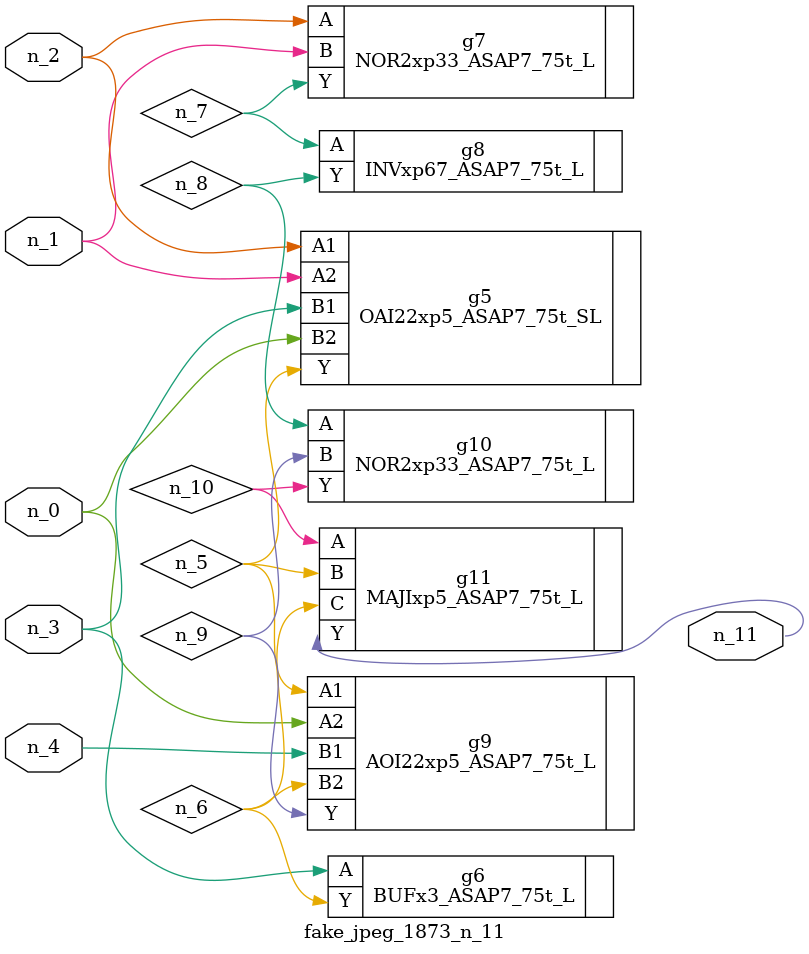
<source format=v>
module fake_jpeg_1873_n_11 (n_3, n_2, n_1, n_0, n_4, n_11);

input n_3;
input n_2;
input n_1;
input n_0;
input n_4;

output n_11;

wire n_10;
wire n_8;
wire n_9;
wire n_6;
wire n_5;
wire n_7;

OAI22xp5_ASAP7_75t_SL g5 ( 
.A1(n_2),
.A2(n_1),
.B1(n_3),
.B2(n_0),
.Y(n_5)
);

BUFx3_ASAP7_75t_L g6 ( 
.A(n_3),
.Y(n_6)
);

NOR2xp33_ASAP7_75t_L g7 ( 
.A(n_2),
.B(n_1),
.Y(n_7)
);

INVxp67_ASAP7_75t_L g8 ( 
.A(n_7),
.Y(n_8)
);

NOR2xp33_ASAP7_75t_L g10 ( 
.A(n_8),
.B(n_9),
.Y(n_10)
);

AOI22xp5_ASAP7_75t_L g9 ( 
.A1(n_5),
.A2(n_0),
.B1(n_4),
.B2(n_6),
.Y(n_9)
);

MAJIxp5_ASAP7_75t_L g11 ( 
.A(n_10),
.B(n_5),
.C(n_6),
.Y(n_11)
);


endmodule
</source>
